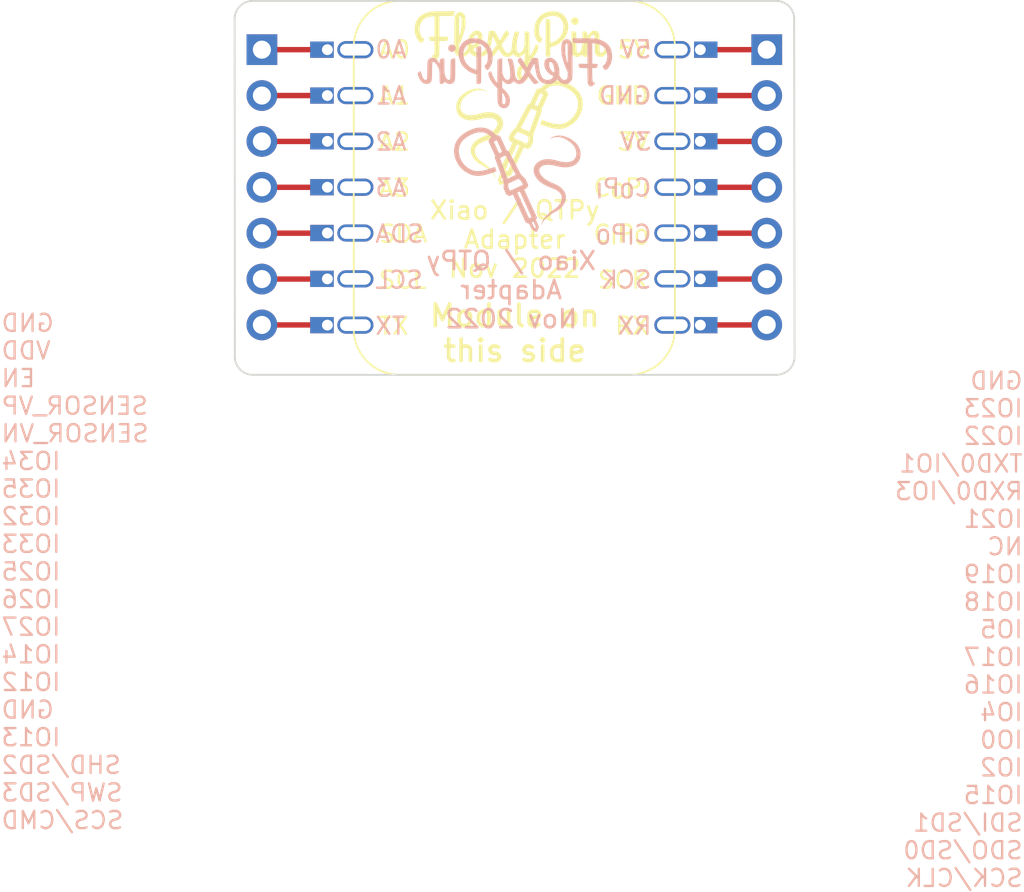
<source format=kicad_pcb>
(kicad_pcb (version 20221018) (generator pcbnew)
  (layers (0 "F.Cu" signal) (31 "B.Cu" signal) (34 "B.Paste" user) (35 "F.Paste" user) (36 "B.SilkS" user "B.Silkscreen") (37 "F.SilkS" user "F.Silkscreen") (38 "B.Mask" user) (39 "F.Mask" user) (44 "Edge.Cuts" user))
  (net 0 "")
  (net 1 "/GND")
  (net 2 "/A0")
  (net 3 "/A1")
  (net 4 "/A2")
  (net 5 "/A3")
  (net 6 "/SDA")
  (net 7 "/SCL")
  (net 8 "/TX")
  (net 9 "/5V")
  (net 10 "/COPI")
  (net 11 "/3V")
  (net 12 "/SCK")
  (net 13 "/CIPO")
  (net 14 "/RX")
  (footprint "FlexyPin:FlexyPin_1x02_P2.54mm" (layer "F.Cu") (at 137.725 93.05)
    (fp_text reference "J4" hide)
    (fp_text value "Conn_01x02")
    (pad "" thru_hole oval (at 1.55 0) (size 2 0.95) (drill oval 1.7 0.65) (layers "*.Cu" "*.Mask"))
    (pad "" thru_hole oval (at 1.55 2.54) (size 2 0.95) (drill oval 1.7 0.65) (layers "*.Cu" "*.Mask"))
    (pad "1" thru_hole rect (at 0 0) (size 1.3 0.9) (drill 0.6 (offset -0.3 0)) (layers "*.Cu" "*.Mask") (net 6 "/SDA"))
    (pad "2" thru_hole rect (at 0 2.54) (size 1.3 0.9) (drill 0.6 (offset -0.3 0)) (layers "*.Cu" "*.Mask") (net 7 "/SCL"))
  )
  (footprint "Fiducial:Fiducial_0.5mm_Mask1.5mm" (layer "F.Cu") (at 148.075 90.55)
    (fp_text reference "REF**" hide)
    (fp_text value "Fiducial_0.5mm_Mask1.5mm")
  )
  (footprint "FlexyPin:FlexyPin_1x01_P2.54mm" (layer "F.Cu") (at 137.725 98.15)
    (fp_text reference "J5" hide)
    (fp_text value "Conn_01x01")
    (pad "" thru_hole oval (at 1.55 0) (size 2 0.95) (drill oval 1.7 0.65) (layers "*.Cu" "*.Mask"))
    (pad "1" thru_hole rect (at 0 0) (size 1.3 0.9) (drill 0.6 (offset -0.3 0)) (layers "*.Cu" "*.Mask") (net 8 "/TX"))
  )
  (footprint "FlexyPin:FlexyPin_1x02_P2.54mm" (layer "F.Cu") (at 158.375 95.59 180)
    (fp_text reference "J8" hide)
    (fp_text value "Conn_01x02")
    (pad "" thru_hole oval (at 1.55 0 180) (size 2 0.95) (drill oval 1.7 0.65) (layers "*.Cu" "*.Mask"))
    (pad "" thru_hole oval (at 1.55 2.54 180) (size 2 0.95) (drill oval 1.7 0.65) (layers "*.Cu" "*.Mask"))
    (pad "1" thru_hole rect (at 0 0 180) (size 1.3 0.9) (drill 0.6 (offset -0.3 0)) (layers "*.Cu" "*.Mask") (net 12 "/SCK"))
    (pad "2" thru_hole rect (at 0 2.54 180) (size 1.3 0.9) (drill 0.6 (offset -0.3 0)) (layers "*.Cu" "*.Mask") (net 13 "/CIPO"))
  )
  (footprint "FlexyPin:FlexyPin_1x02_P2.54mm" (layer "F.Cu") (at 158.375 90.515 180)
    (fp_text reference "J7" hide)
    (fp_text value "Conn_01x02")
    (pad "" thru_hole oval (at 1.55 0 180) (size 2 0.95) (drill oval 1.7 0.65) (layers "*.Cu" "*.Mask"))
    (pad "" thru_hole oval (at 1.55 2.54 180) (size 2 0.95) (drill oval 1.7 0.65) (layers "*.Cu" "*.Mask"))
    (pad "1" thru_hole rect (at 0 0 180) (size 1.3 0.9) (drill 0.6 (offset -0.3 0)) (layers "*.Cu" "*.Mask") (net 10 "/COPI"))
    (pad "2" thru_hole rect (at 0 2.54 180) (size 1.3 0.9) (drill 0.6 (offset -0.3 0)) (layers "*.Cu" "*.Mask") (net 11 "/3V"))
  )
  (footprint "FlexyPin:FlexyPin_1x01_P2.54mm" (layer "F.Cu") (at 158.375 98.15 180)
    (fp_text reference "J9" hide)
    (fp_text value "Conn_01x01")
    (pad "" thru_hole oval (at 1.55 0 180) (size 2 0.95) (drill oval 1.7 0.65) (layers "*.Cu" "*.Mask"))
    (pad "1" thru_hole rect (at 0 0 180) (size 1.3 0.9) (drill 0.6 (offset -0.3 0)) (layers "*.Cu" "*.Mask") (net 14 "/RX"))
  )
  (footprint "FlexyPin:FlexyPin_1x02_P2.54mm" (layer "F.Cu") (at 137.725 82.9)
    (fp_text reference "J2" hide)
    (fp_text value "Conn_01x02")
    (pad "" thru_hole oval (at 1.55 0) (size 2 0.95) (drill oval 1.7 0.65) (layers "*.Cu" "*.Mask"))
    (pad "" thru_hole oval (at 1.55 2.54) (size 2 0.95) (drill oval 1.7 0.65) (layers "*.Cu" "*.Mask"))
    (pad "1" thru_hole rect (at 0 0) (size 1.3 0.9) (drill 0.6 (offset -0.3 0)) (layers "*.Cu" "*.Mask") (net 2 "/A0"))
    (pad "2" thru_hole rect (at 0 2.54) (size 1.3 0.9) (drill 0.6 (offset -0.3 0)) (layers "*.Cu" "*.Mask") (net 3 "/A1"))
  )
  (footprint "FlexyPin:FlexyPin_1x02_P2.54mm" (layer "F.Cu") (at 137.725 87.975)
    (fp_text reference "J3" hide)
    (fp_text value "Conn_01x02")
    (pad "" thru_hole oval (at 1.55 0) (size 2 0.95) (drill oval 1.7 0.65) (layers "*.Cu" "*.Mask"))
    (pad "" thru_hole oval (at 1.55 2.54) (size 2 0.95) (drill oval 1.7 0.65) (layers "*.Cu" "*.Mask"))
    (pad "1" thru_hole rect (at 0 0) (size 1.3 0.9) (drill 0.6 (offset -0.3 0)) (layers "*.Cu" "*.Mask") (net 4 "/A2"))
    (pad "2" thru_hole rect (at 0 2.54) (size 1.3 0.9) (drill 0.6 (offset -0.3 0)) (layers "*.Cu" "*.Mask") (net 5 "/A3"))
  )
  (footprint "Symbols_Extra:SolderParty-New-Logo_7.5x6.4mm_SilkScreen" (layer "F.Cu") (at 148.6 87.258144)
    (fp_text reference "G***" hide)
    (fp_text value "LOGO" hide)
  )
  (footprint "FlexyPin:FlexyPin_1x02_P2.54mm" (layer "F.Cu") (at 158.375 85.44 180)
    (fp_text reference "J6" hide)
    (fp_text value "Conn_01x02")
    (pad "" thru_hole oval (at 1.55 0 180) (size 2 0.95) (drill oval 1.7 0.65) (layers "*.Cu" "*.Mask"))
    (pad "" thru_hole oval (at 1.55 2.54 180) (size 2 0.95) (drill oval 1.7 0.65) (layers "*.Cu" "*.Mask"))
    (pad "1" thru_hole rect (at 0 0 180) (size 1.3 0.9) (drill 0.6 (offset -0.3 0)) (layers "*.Cu" "*.Mask") (net 1 "/GND"))
    (pad "2" thru_hole rect (at 0 2.54 180) (size 1.3 0.9) (drill 0.6 (offset -0.3 0)) (layers "*.Cu" "*.Mask") (net 9 "/5V"))
  )
  (footprint "LOGO" (layer "F.Cu") (at 147.95 82.7)
    (fp_text reference "G***" hide)
    (fp_text value "LOGO" hide)
  )
  (footprint "Connector_PinHeader_2.54mm:PinHeader_1x07_P2.54mm_Vertical" (layer "B.Cu") (at 162.05 82.9 180)
    (fp_text reference "J10" hide)
    (fp_text value "Conn_01x07" hide)
    (pad "1" thru_hole rect (at 0 0 180) (size 1.7 1.7) (drill 1) (layers "*.Cu" "*.Mask") (net 9 "/5V"))
    (pad "2" thru_hole oval (at 0 -2.54 180) (size 1.7 1.7) (drill 1) (layers "*.Cu" "*.Mask") (net 1 "/GND"))
    (pad "3" thru_hole oval (at 0 -5.08 180) (size 1.7 1.7) (drill 1) (layers "*.Cu" "*.Mask") (net 11 "/3V"))
    (pad "4" thru_hole oval (at 0 -7.62 180) (size 1.7 1.7) (drill 1) (layers "*.Cu" "*.Mask") (net 10 "/COPI"))
    (pad "5" thru_hole oval (at 0 -10.16 180) (size 1.7 1.7) (drill 1) (layers "*.Cu" "*.Mask") (net 13 "/CIPO"))
    (pad "6" thru_hole oval (at 0 -12.7 180) (size 1.7 1.7) (drill 1) (layers "*.Cu" "*.Mask") (net 12 "/SCK"))
    (pad "7" thru_hole oval (at 0 -15.24 180) (size 1.7 1.7) (drill 1) (layers "*.Cu" "*.Mask") (net 14 "/RX"))
  )
  (footprint "LOGO" (layer "B.Cu") (at 148.1 84.2 180)
    (fp_text reference "G***" hide)
    (fp_text value "LOGO" hide)
  )
  (footprint "Connector_PinHeader_2.54mm:PinHeader_1x07_P2.54mm_Vertical" (layer "B.Cu") (at 134.1 82.9 180)
    (fp_text reference "J1" hide)
    (fp_text value "Conn_01x07" hide)
    (pad "1" thru_hole rect (at 0 0 180) (size 1.7 1.7) (drill 1) (layers "*.Cu" "*.Mask") (net 2 "/A0"))
    (pad "2" thru_hole oval (at 0 -2.54 180) (size 1.7 1.7) (drill 1) (layers "*.Cu" "*.Mask") (net 3 "/A1"))
    (pad "3" thru_hole oval (at 0 -5.08 180) (size 1.7 1.7) (drill 1) (layers "*.Cu" "*.Mask") (net 4 "/A2"))
    (pad "4" thru_hole oval (at 0 -7.62 180) (size 1.7 1.7) (drill 1) (layers "*.Cu" "*.Mask") (net 5 "/A3"))
    (pad "5" thru_hole oval (at 0 -10.16 180) (size 1.7 1.7) (drill 1) (layers "*.Cu" "*.Mask") (net 6 "/SDA"))
    (pad "6" thru_hole oval (at 0 -12.7 180) (size 1.7 1.7) (drill 1) (layers "*.Cu" "*.Mask") (net 7 "/SCL"))
    (pad "7" thru_hole oval (at 0 -15.24 180) (size 1.7 1.7) (drill 1) (layers "*.Cu" "*.Mask") (net 8 "/TX"))
  )
  (footprint "Symbols_Extra:SolderParty-New-Logo_7.5x6.4mm_SilkScreen" (layer "B.Cu") (at 148 89.858144 180)
    (fp_text reference "G***" hide)
    (fp_text value "LOGO" hide)
  )
  (gr_line (start 156.965 82.74) (end 156.965 98.361) (stroke (width 0.1)) (layer "F.SilkS"))
  (gr_arc (start 154.425 80.2) (mid 156.221051 80.943949) (end 156.965 82.74) (stroke (width 0.1)) (layer "F.SilkS"))
  (gr_line (start 141.725 80.2) (end 154.425 80.2) (stroke (width 0.1)) (layer "F.SilkS"))
  (gr_arc (start 141.725 100.901) (mid 139.928949 100.157051) (end 139.185 98.361) (stroke (width 0.1)) (layer "F.SilkS"))
  (gr_line (start 154.425 100.901) (end 141.725 100.901) (stroke (width 0.1)) (layer "F.SilkS"))
  (gr_arc (start 156.965 98.361) (mid 156.221051 100.157051) (end 154.425 100.901) (stroke (width 0.1)) (layer "F.SilkS"))
  (gr_arc (start 139.185 82.74) (mid 139.928949 80.943949) (end 141.725 80.2) (stroke (width 0.1)) (layer "F.SilkS"))
  (gr_line (start 139.185 98.361) (end 139.185 82.74) (stroke (width 0.1)) (layer "F.SilkS"))
  (gr_arc (start 133.6 100.9) (mid 132.892893 100.607107) (end 132.6 99.9) (stroke (width 0.1)) (layer "Edge.Cuts"))
  (gr_line (start 133.59 80.2) (end 162.57 80.2) (stroke (width 0.1)) (layer "Edge.Cuts"))
  (gr_arc (start 163.59 99.9) (mid 163.297107 100.607107) (end 162.59 100.9) (stroke (width 0.1)) (layer "Edge.Cuts"))
  (gr_line (start 162.59 100.9) (end 133.6 100.9) (stroke (width 0.1)) (layer "Edge.Cuts"))
  (gr_arc (start 162.57 80.2) (mid 163.277107 80.492893) (end 163.57 81.2) (stroke (width 0.1)) (layer "Edge.Cuts"))
  (gr_line (start 163.57 81.2) (end 163.59 99.9) (stroke (width 0.1)) (layer "Edge.Cuts"))
  (gr_arc (start 132.59 81.2) (mid 132.882893 80.492893) (end 133.59 80.2) (stroke (width 0.1)) (layer "Edge.Cuts"))
  (gr_line (start 132.6 99.9) (end 132.59 81.2) (stroke (width 0.1)) (layer "Edge.Cuts"))
  (gr_text "C_{O}P_{I}" (at 155.75 90.548348) (layer "B.SilkS") (effects (font (size 0.95 0.95) (thickness 0.13)) (justify left mirror)))
  (gr_text "Xiao / QTPy\nAdapter\nNov 2022" (at 147.9 96.2) (layer "B.SilkS") (effects (font (size 1 1)) (justify mirror)))
  (gr_text "RX" (at 155.75 98.191887) (layer "B.SilkS") (effects (font (size 0.95 0.95) (thickness 0.13)) (justify left mirror)))
  (gr_text "GND" (at 155.75 85.445447) (layer "B.SilkS") (effects (font (size 0.95 0.95) (thickness 0.13)) (justify left mirror)))
  (gr_text "GND\nIO23\nIO22\nTXD0/IO1\nRXD0/IO3\nIO21\nNC\nIO19\nIO18\nIO5\nIO17\nIO16\nIO4\nIO0\nIO2\nIO15\nSDI/SD1\nSDO/SD0\nSCK/CLK" (at 176.3 115) (layer "B.SilkS") (effects (font (size 0.95 0.95) (thickness 0.13)) (justify left mirror)))
  (gr_text "GND\nVDD\nEN\nSENSOR_VP\nSENSOR_VN\nIO34\nIO35\nIO32\nIO33\nIO25\nIO26\nIO27\nIO14\nIO12\nGND\nIO13\nSHD/SD2\nSWP/SD3\nSCS/CMD" (at 119.6 111.8) (layer "B.SilkS") (effects (font (size 0.95 0.95) (thickness 0.13)) (justify right mirror)))
  (gr_text "3V" (at 155.75 87.996898) (layer "B.SilkS") (effects (font (size 0.95 0.95) (thickness 0.13)) (justify left mirror)))
  (gr_text "A0" (at 140.3 82.9) (layer "B.SilkS") (effects (font (size 0.95 0.95) (thickness 0.13)) (justify right mirror)))
  (gr_text "A2" (at 140.3 87.998095) (layer "B.SilkS") (effects (font (size 0.95 0.95) (thickness 0.13)) (justify right mirror)))
  (gr_text "A1" (at 140.3 85.446645) (layer "B.SilkS") (effects (font (size 0.95 0.95) (thickness 0.13)) (justify right mirror)))
  (gr_text "SCL" (at 140.3 95.647641) (layer "B.SilkS") (effects (font (size 0.95 0.95) (thickness 0.13)) (justify right mirror)))
  (gr_text "SDA" (at 140.3 93.09619) (layer "B.SilkS") (effects (font (size 0.95 0.95) (thickness 0.13)) (justify right mirror)))
  (gr_text "C_{I}P_{O}" (at 155.75 93.099798) (layer "B.SilkS") (effects (font (size 0.95 0.95) (thickness 0.13)) (justify left mirror)))
  (gr_text "5V" (at 155.75 82.893997) (layer "B.SilkS") (effects (font (size 0.95 0.95) (thickness 0.13)) (justify left mirror)))
  (gr_text "TX" (at 140.3 98.199091) (layer "B.SilkS") (effects (font (size 0.95 0.95) (thickness 0.13)) (justify right mirror)))
  (gr_text "A3" (at 140.3 90.549545) (layer "B.SilkS") (effects (font (size 0.95 0.95) (thickness 0.13)) (justify right mirror)))
  (gr_text "SCK" (at 155.75 95.640437) (layer "B.SilkS") (effects (font (size 0.95 0.95) (thickness 0.13)) (justify left mirror)))
  (gr_text "SCK" (at 155.6 95.65) (layer "F.SilkS") (effects (font (size 0.95 0.95) (thickness 0.13)) (justify right)))
  (gr_text "A0" (at 140.5 82.9) (layer "F.SilkS") (effects (font (size 0.95 0.95) (thickness 0.13)) (justify left)))
  (gr_text "A3" (at 140.5 90.55) (layer "F.SilkS") (effects (font (size 0.95 0.95) (thickness 0.13)) (justify left)))
  (gr_text "TX" (at 140.5 98.2) (layer "F.SilkS") (effects (font (size 0.95 0.95) (thickness 0.13)) (justify left)))
  (gr_text "Module on\nthis side" (at 148.1 98.6) (layer "F.SilkS") (effects (font (size 1.2 1.2) (thickness 0.2) bold)))
  (gr_text "A1" (at 140.5 85.45) (layer "F.SilkS") (effects (font (size 0.95 0.95) (thickness 0.13)) (justify left)))
  (gr_text "5V" (at 155.6 82.9) (layer "F.SilkS") (effects (font (size 0.95 0.95) (thickness 0.13)) (justify right)))
  (gr_text "C_{O}P_{I}" (at 155.6 90.55) (layer "F.SilkS") (effects (font (size 0.95 0.95) (thickness 0.13)) (justify right)))
  (gr_text "RX" (at 155.6 98.2) (layer "F.SilkS") (effects (font (size 0.95 0.95) (thickness 0.13)) (justify right)))
  (gr_text "A2" (at 140.5 88) (layer "F.SilkS") (effects (font (size 0.95 0.95) (thickness 0.13)) (justify left)))
  (gr_text "SCL" (at 140.5 95.65) (layer "F.SilkS") (effects (font (size 0.95 0.95) (thickness 0.13)) (justify left)))
  (gr_text "C_{I}P_{O}" (at 155.6 93.1) (layer "F.SilkS") (effects (font (size 0.95 0.95) (thickness 0.13)) (justify right)))
  (gr_text "3V" (at 155.6 88) (layer "F.SilkS") (effects (font (size 0.95 0.95) (thickness 0.13)) (justify right)))
  (gr_text "Xiao / QTPy\nAdapter\nNov 2022" (at 148.1 93.4) (layer "F.SilkS") (effects (font (size 1 1))))
  (gr_text "SDA" (at 140.5 93.1) (layer "F.SilkS") (effects (font (size 0.95 0.95) (thickness 0.13)) (justify left)))
  (gr_text "GND" (at 155.6 85.45) (layer "F.SilkS") (effects (font (size 0.95 0.95) (thickness 0.13)) (justify right)))
  (segment (start 158.375 85.44) (end 162.05 85.44) (width 0.3) (layer "F.Cu") (net 1))
  (segment (start 134.1 82.9) (end 137.725 82.9) (width 0.3) (layer "F.Cu") (net 2))
  (segment (start 134.1 85.44) (end 137.725 85.44) (width 0.3) (layer "F.Cu") (net 3))
  (segment (start 134.1 87.98) (end 137.72 87.98) (width 0.3) (layer "F.Cu") (net 4))
  (segment (start 137.72 87.98) (end 137.725 87.975) (width 0.3) (layer "F.Cu") (net 4))
  (segment (start 134.1 90.52) (end 137.72 90.52) (width 0.3) (layer "F.Cu") (net 5))
  (segment (start 137.72 90.52) (end 137.725 90.515) (width 0.3) (layer "F.Cu") (net 5))
  (segment (start 137.715 93.06) (end 137.725 93.05) (width 0.3) (layer "F.Cu") (net 6))
  (segment (start 134.1 93.06) (end 137.715 93.06) (width 0.3) (layer "F.Cu") (net 6))
  (segment (start 134.1 95.6) (end 137.715 95.6) (width 0.3) (layer "F.Cu") (net 7))
  (segment (start 137.715 95.6) (end 137.725 95.59) (width 0.3) (layer "F.Cu") (net 7))
  (segment (start 137.715 98.14) (end 137.725 98.15) (width 0.3) (layer "F.Cu") (net 8))
  (segment (start 134.1 98.14) (end 137.715 98.14) (width 0.3) (layer "F.Cu") (net 8))
  (segment (start 158.375 82.9) (end 162.05 82.9) (width 0.3) (layer "F.Cu") (net 9))
  (segment (start 158.375 90.515) (end 158.38 90.52) (width 0.3) (layer "F.Cu") (net 10))
  (segment (start 158.38 90.52) (end 162.05 90.52) (width 0.3) (layer "F.Cu") (net 10))
  (segment (start 158.375 87.975) (end 158.38 87.98) (width 0.3) (layer "F.Cu") (net 11))
  (segment (start 158.38 87.98) (end 162.05 87.98) (width 0.3) (layer "F.Cu") (net 11))
  (segment (start 158.385 95.6) (end 162.05 95.6) (width 0.3) (layer "F.Cu") (net 12))
  (segment (start 158.375 95.59) (end 158.385 95.6) (width 0.3) (layer "F.Cu") (net 12))
  (segment (start 158.375 93.05) (end 158.385 93.06) (width 0.3) (layer "F.Cu") (net 13))
  (segment (start 158.385 93.06) (end 162.05 93.06) (width 0.3) (layer "F.Cu") (net 13))
  (segment (start 158.375 98.15) (end 158.385 98.14) (width 0.3) (layer "F.Cu") (net 14))
  (segment (start 158.385 98.14) (end 162.05 98.14) (width 0.3) (layer "F.Cu") (net 14))
)
</source>
